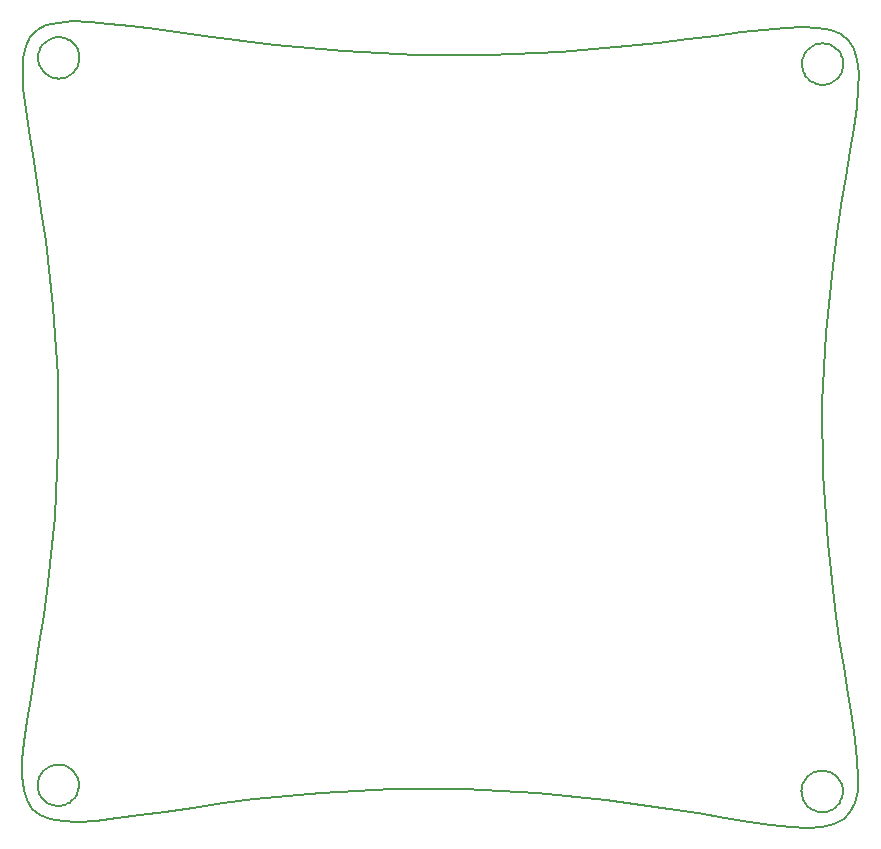
<source format=gbr>
G04 #@! TF.GenerationSoftware,KiCad,Pcbnew,(5.1.5)-3*
G04 #@! TF.CreationDate,2020-02-10T18:15:39+01:00*
G04 #@! TF.ProjectId,WeatherStation,57656174-6865-4725-9374-6174696f6e2e,rev?*
G04 #@! TF.SameCoordinates,Original*
G04 #@! TF.FileFunction,Profile,NP*
%FSLAX46Y46*%
G04 Gerber Fmt 4.6, Leading zero omitted, Abs format (unit mm)*
G04 Created by KiCad (PCBNEW (5.1.5)-3) date 2020-02-10 18:15:39*
%MOMM*%
%LPD*%
G04 APERTURE LIST*
%ADD10C,0.200000*%
G04 APERTURE END LIST*
D10*
X208798044Y-121018800D02*
X208798044Y-121018800D01*
X144122383Y-120493889D02*
X144122383Y-120493889D01*
X147658295Y-58919050D02*
X147647727Y-59112433D01*
X147647727Y-59112433D02*
X147619813Y-59285730D01*
X147619813Y-59285730D02*
X147576998Y-59447779D01*
X147576998Y-59447779D02*
X147522322Y-59596543D01*
X147522322Y-59596543D02*
X147455521Y-59737459D01*
X147455521Y-59737459D02*
X147381702Y-59863663D01*
X147381702Y-59863663D02*
X147298732Y-59981821D01*
X147298732Y-59981821D02*
X147196144Y-60103937D01*
X147196144Y-60103937D02*
X147094147Y-60206010D01*
X147094147Y-60206010D02*
X146985098Y-60298631D01*
X146985098Y-60298631D02*
X146861484Y-60386914D01*
X146861484Y-60386914D02*
X146734295Y-60462229D01*
X146734295Y-60462229D02*
X146598658Y-60527607D01*
X146598658Y-60527607D02*
X146453011Y-60582607D01*
X146453011Y-60582607D02*
X146296224Y-60625899D01*
X146296224Y-60625899D02*
X146122272Y-60656094D01*
X146122272Y-60656094D02*
X145933380Y-60668871D01*
X145933380Y-60668871D02*
X145908295Y-60669050D01*
X208798044Y-121018800D02*
X208808304Y-120828160D01*
X208808304Y-120828160D02*
X208836094Y-120654111D01*
X208836094Y-120654111D02*
X208878726Y-120491984D01*
X208878726Y-120491984D02*
X208932981Y-120343759D01*
X208932981Y-120343759D02*
X208997106Y-120207408D01*
X208997106Y-120207408D02*
X209070544Y-120080561D01*
X209070544Y-120080561D02*
X209158799Y-119954456D01*
X209158799Y-119954456D02*
X209258855Y-119835355D01*
X209258855Y-119835355D02*
X209364599Y-119729611D01*
X209364599Y-119729611D02*
X209473302Y-119637593D01*
X209473302Y-119637593D02*
X209594293Y-119551286D01*
X209594293Y-119551286D02*
X209720287Y-119476552D01*
X209720287Y-119476552D02*
X209855229Y-119411290D01*
X209855229Y-119411290D02*
X210001085Y-119355967D01*
X210001085Y-119355967D02*
X210159446Y-119312092D01*
X210159446Y-119312092D02*
X210329944Y-119282253D01*
X210329944Y-119282253D02*
X210520484Y-119269009D01*
X210520484Y-119269009D02*
X210548044Y-119268800D01*
X210583956Y-57693961D02*
X210775276Y-57704296D01*
X210775276Y-57704296D02*
X210950303Y-57732363D01*
X210950303Y-57732363D02*
X211108840Y-57774038D01*
X211108840Y-57774038D02*
X211255610Y-57827487D01*
X211255610Y-57827487D02*
X211392991Y-57891795D01*
X211392991Y-57891795D02*
X211520793Y-57965576D01*
X211520793Y-57965576D02*
X211638883Y-58047547D01*
X211638883Y-58047547D02*
X211749400Y-58138471D01*
X211749400Y-58138471D02*
X211851175Y-58237038D01*
X211851175Y-58237038D02*
X211945345Y-58344269D01*
X211945345Y-58344269D02*
X212031012Y-58459524D01*
X212031012Y-58459524D02*
X212108315Y-58583785D01*
X212108315Y-58583785D02*
X212176614Y-58717719D01*
X212176614Y-58717719D02*
X212234334Y-58860513D01*
X212234334Y-58860513D02*
X212281194Y-59015789D01*
X212281194Y-59015789D02*
X212314813Y-59184243D01*
X212314813Y-59184243D02*
X212332300Y-59367197D01*
X212332300Y-59367197D02*
X212333956Y-59443961D01*
X145908295Y-57169050D02*
X146099615Y-57179385D01*
X146099615Y-57179385D02*
X146274642Y-57207452D01*
X146274642Y-57207452D02*
X146433179Y-57249127D01*
X146433179Y-57249127D02*
X146579949Y-57302576D01*
X146579949Y-57302576D02*
X146717330Y-57366884D01*
X146717330Y-57366884D02*
X146845132Y-57440665D01*
X146845132Y-57440665D02*
X146963222Y-57522636D01*
X146963222Y-57522636D02*
X147073739Y-57613560D01*
X147073739Y-57613560D02*
X147175514Y-57712127D01*
X147175514Y-57712127D02*
X147269684Y-57819358D01*
X147269684Y-57819358D02*
X147355351Y-57934613D01*
X147355351Y-57934613D02*
X147432654Y-58058874D01*
X147432654Y-58058874D02*
X147500953Y-58192808D01*
X147500953Y-58192808D02*
X147558673Y-58335602D01*
X147558673Y-58335602D02*
X147605533Y-58490878D01*
X147605533Y-58490878D02*
X147639152Y-58659332D01*
X147639152Y-58659332D02*
X147656639Y-58842286D01*
X147656639Y-58842286D02*
X147658295Y-58919050D01*
X210583956Y-61193961D02*
X210391939Y-61183544D01*
X210391939Y-61183544D02*
X210219267Y-61155905D01*
X210219267Y-61155905D02*
X210060347Y-61114280D01*
X210060347Y-61114280D02*
X209911989Y-61060301D01*
X209911989Y-61060301D02*
X209774324Y-60995812D01*
X209774324Y-60995812D02*
X209645995Y-60921628D01*
X209645995Y-60921628D02*
X209527972Y-60839573D01*
X209527972Y-60839573D02*
X209417526Y-60748566D01*
X209417526Y-60748566D02*
X209312437Y-60646357D01*
X209312437Y-60646357D02*
X209219054Y-60539297D01*
X209219054Y-60539297D02*
X209133932Y-60424035D01*
X209133932Y-60424035D02*
X209057318Y-60300097D01*
X209057318Y-60300097D02*
X208989364Y-60165962D01*
X208989364Y-60165962D02*
X208931790Y-60022345D01*
X208931790Y-60022345D02*
X208885559Y-59867525D01*
X208885559Y-59867525D02*
X208852391Y-59698912D01*
X208852391Y-59698912D02*
X208835402Y-59515812D01*
X208835402Y-59515812D02*
X208833956Y-59443961D01*
X145872383Y-118743889D02*
X146063703Y-118754224D01*
X146063703Y-118754224D02*
X146238730Y-118782291D01*
X146238730Y-118782291D02*
X146397267Y-118823966D01*
X146397267Y-118823966D02*
X146544037Y-118877415D01*
X146544037Y-118877415D02*
X146681418Y-118941723D01*
X146681418Y-118941723D02*
X146809220Y-119015504D01*
X146809220Y-119015504D02*
X146927310Y-119097475D01*
X146927310Y-119097475D02*
X147037827Y-119188399D01*
X147037827Y-119188399D02*
X147139602Y-119286966D01*
X147139602Y-119286966D02*
X147233772Y-119394197D01*
X147233772Y-119394197D02*
X147319439Y-119509452D01*
X147319439Y-119509452D02*
X147396742Y-119633713D01*
X147396742Y-119633713D02*
X147465041Y-119767647D01*
X147465041Y-119767647D02*
X147522761Y-119910441D01*
X147522761Y-119910441D02*
X147569621Y-120065717D01*
X147569621Y-120065717D02*
X147603240Y-120234171D01*
X147603240Y-120234171D02*
X147620727Y-120417125D01*
X147620727Y-120417125D02*
X147622383Y-120493889D01*
X145908295Y-60669050D02*
X145716278Y-60658633D01*
X145716278Y-60658633D02*
X145543605Y-60630994D01*
X145543605Y-60630994D02*
X145384685Y-60589369D01*
X145384685Y-60589369D02*
X145236327Y-60535390D01*
X145236327Y-60535390D02*
X145098662Y-60470901D01*
X145098662Y-60470901D02*
X144970333Y-60396717D01*
X144970333Y-60396717D02*
X144852310Y-60314662D01*
X144852310Y-60314662D02*
X144741864Y-60223655D01*
X144741864Y-60223655D02*
X144636775Y-60121446D01*
X144636775Y-60121446D02*
X144543392Y-60014386D01*
X144543392Y-60014386D02*
X144458270Y-59899124D01*
X144458270Y-59899124D02*
X144381656Y-59775186D01*
X144381656Y-59775186D02*
X144313702Y-59641051D01*
X144313702Y-59641051D02*
X144256128Y-59497434D01*
X144256128Y-59497434D02*
X144209898Y-59342614D01*
X144209898Y-59342614D02*
X144176730Y-59174001D01*
X144176730Y-59174001D02*
X144159741Y-58990901D01*
X144159741Y-58990901D02*
X144158295Y-58919050D01*
X208833956Y-59443961D02*
X208833956Y-59443961D01*
X147622383Y-120493889D02*
X147611815Y-120687272D01*
X147611815Y-120687272D02*
X147583901Y-120860569D01*
X147583901Y-120860569D02*
X147541086Y-121022618D01*
X147541086Y-121022618D02*
X147486410Y-121171382D01*
X147486410Y-121171382D02*
X147419609Y-121312298D01*
X147419609Y-121312298D02*
X147345790Y-121438502D01*
X147345790Y-121438502D02*
X147262820Y-121556660D01*
X147262820Y-121556660D02*
X147160232Y-121678776D01*
X147160232Y-121678776D02*
X147058235Y-121780849D01*
X147058235Y-121780849D02*
X146949186Y-121873470D01*
X146949186Y-121873470D02*
X146825572Y-121961753D01*
X146825572Y-121961753D02*
X146698383Y-122037068D01*
X146698383Y-122037068D02*
X146562746Y-122102446D01*
X146562746Y-122102446D02*
X146417099Y-122157446D01*
X146417099Y-122157446D02*
X146260312Y-122200738D01*
X146260312Y-122200738D02*
X146086360Y-122230933D01*
X146086360Y-122230933D02*
X145897468Y-122243710D01*
X145897468Y-122243710D02*
X145872383Y-122243889D01*
X210548044Y-119268800D02*
X210739364Y-119279135D01*
X210739364Y-119279135D02*
X210914391Y-119307202D01*
X210914391Y-119307202D02*
X211072928Y-119348877D01*
X211072928Y-119348877D02*
X211219698Y-119402326D01*
X211219698Y-119402326D02*
X211357079Y-119466634D01*
X211357079Y-119466634D02*
X211484881Y-119540415D01*
X211484881Y-119540415D02*
X211602971Y-119622386D01*
X211602971Y-119622386D02*
X211713488Y-119713310D01*
X211713488Y-119713310D02*
X211815263Y-119811877D01*
X211815263Y-119811877D02*
X211909433Y-119919108D01*
X211909433Y-119919108D02*
X211995100Y-120034363D01*
X211995100Y-120034363D02*
X212072403Y-120158624D01*
X212072403Y-120158624D02*
X212140702Y-120292558D01*
X212140702Y-120292558D02*
X212198422Y-120435352D01*
X212198422Y-120435352D02*
X212245282Y-120590628D01*
X212245282Y-120590628D02*
X212278901Y-120759082D01*
X212278901Y-120759082D02*
X212296388Y-120942036D01*
X212296388Y-120942036D02*
X212298044Y-121018800D01*
X144158295Y-58919050D02*
X144168555Y-58728410D01*
X144168555Y-58728410D02*
X144196345Y-58554361D01*
X144196345Y-58554361D02*
X144238976Y-58392234D01*
X144238976Y-58392234D02*
X144293231Y-58244009D01*
X144293231Y-58244009D02*
X144357356Y-58107658D01*
X144357356Y-58107658D02*
X144430794Y-57980811D01*
X144430794Y-57980811D02*
X144519049Y-57854706D01*
X144519049Y-57854706D02*
X144619105Y-57735605D01*
X144619105Y-57735605D02*
X144724849Y-57629861D01*
X144724849Y-57629861D02*
X144833552Y-57537843D01*
X144833552Y-57537843D02*
X144954543Y-57451536D01*
X144954543Y-57451536D02*
X145080537Y-57376802D01*
X145080537Y-57376802D02*
X145215479Y-57311540D01*
X145215479Y-57311540D02*
X145361335Y-57256217D01*
X145361335Y-57256217D02*
X145519696Y-57212342D01*
X145519696Y-57212342D02*
X145690195Y-57182503D01*
X145690195Y-57182503D02*
X145880735Y-57169259D01*
X145880735Y-57169259D02*
X145908295Y-57169050D01*
X144158295Y-58919050D02*
X144158295Y-58919050D01*
X212333956Y-59443961D02*
X212323388Y-59637344D01*
X212323388Y-59637344D02*
X212295474Y-59810641D01*
X212295474Y-59810641D02*
X212252659Y-59972690D01*
X212252659Y-59972690D02*
X212197983Y-60121454D01*
X212197983Y-60121454D02*
X212131182Y-60262370D01*
X212131182Y-60262370D02*
X212057363Y-60388574D01*
X212057363Y-60388574D02*
X211974393Y-60506732D01*
X211974393Y-60506732D02*
X211871805Y-60628848D01*
X211871805Y-60628848D02*
X211769808Y-60730921D01*
X211769808Y-60730921D02*
X211660759Y-60823542D01*
X211660759Y-60823542D02*
X211537145Y-60911825D01*
X211537145Y-60911825D02*
X211409956Y-60987140D01*
X211409956Y-60987140D02*
X211274319Y-61052518D01*
X211274319Y-61052518D02*
X211128672Y-61107518D01*
X211128672Y-61107518D02*
X210971885Y-61150810D01*
X210971885Y-61150810D02*
X210797933Y-61181005D01*
X210797933Y-61181005D02*
X210609041Y-61193782D01*
X210609041Y-61193782D02*
X210583956Y-61193961D01*
X145872383Y-122243889D02*
X145680366Y-122233472D01*
X145680366Y-122233472D02*
X145507693Y-122205833D01*
X145507693Y-122205833D02*
X145348773Y-122164208D01*
X145348773Y-122164208D02*
X145200415Y-122110229D01*
X145200415Y-122110229D02*
X145062750Y-122045740D01*
X145062750Y-122045740D02*
X144934421Y-121971556D01*
X144934421Y-121971556D02*
X144816398Y-121889501D01*
X144816398Y-121889501D02*
X144705952Y-121798494D01*
X144705952Y-121798494D02*
X144600863Y-121696285D01*
X144600863Y-121696285D02*
X144507480Y-121589225D01*
X144507480Y-121589225D02*
X144422358Y-121473963D01*
X144422358Y-121473963D02*
X144345744Y-121350025D01*
X144345744Y-121350025D02*
X144277790Y-121215890D01*
X144277790Y-121215890D02*
X144220216Y-121072273D01*
X144220216Y-121072273D02*
X144173986Y-120917453D01*
X144173986Y-120917453D02*
X144140818Y-120748840D01*
X144140818Y-120748840D02*
X144123829Y-120565740D01*
X144123829Y-120565740D02*
X144122383Y-120493889D01*
X208833956Y-59443961D02*
X208844216Y-59253321D01*
X208844216Y-59253321D02*
X208872006Y-59079272D01*
X208872006Y-59079272D02*
X208914638Y-58917145D01*
X208914638Y-58917145D02*
X208968893Y-58768920D01*
X208968893Y-58768920D02*
X209033018Y-58632569D01*
X209033018Y-58632569D02*
X209106456Y-58505722D01*
X209106456Y-58505722D02*
X209194711Y-58379617D01*
X209194711Y-58379617D02*
X209294767Y-58260516D01*
X209294767Y-58260516D02*
X209400511Y-58154772D01*
X209400511Y-58154772D02*
X209509214Y-58062754D01*
X209509214Y-58062754D02*
X209630205Y-57976447D01*
X209630205Y-57976447D02*
X209756199Y-57901713D01*
X209756199Y-57901713D02*
X209891141Y-57836451D01*
X209891141Y-57836451D02*
X210036997Y-57781128D01*
X210036997Y-57781128D02*
X210195358Y-57737253D01*
X210195358Y-57737253D02*
X210365856Y-57707414D01*
X210365856Y-57707414D02*
X210556396Y-57694170D01*
X210556396Y-57694170D02*
X210583956Y-57693961D01*
X210548044Y-122768800D02*
X210356027Y-122758383D01*
X210356027Y-122758383D02*
X210183355Y-122730744D01*
X210183355Y-122730744D02*
X210024435Y-122689119D01*
X210024435Y-122689119D02*
X209876077Y-122635140D01*
X209876077Y-122635140D02*
X209738412Y-122570651D01*
X209738412Y-122570651D02*
X209610083Y-122496467D01*
X209610083Y-122496467D02*
X209492060Y-122414412D01*
X209492060Y-122414412D02*
X209381614Y-122323405D01*
X209381614Y-122323405D02*
X209276525Y-122221196D01*
X209276525Y-122221196D02*
X209183142Y-122114136D01*
X209183142Y-122114136D02*
X209098020Y-121998874D01*
X209098020Y-121998874D02*
X209021406Y-121874936D01*
X209021406Y-121874936D02*
X208953452Y-121740801D01*
X208953452Y-121740801D02*
X208895878Y-121597184D01*
X208895878Y-121597184D02*
X208849647Y-121442364D01*
X208849647Y-121442364D02*
X208816479Y-121273751D01*
X208816479Y-121273751D02*
X208799490Y-121090651D01*
X208799490Y-121090651D02*
X208798044Y-121018800D01*
X212298044Y-121018800D02*
X212287476Y-121212183D01*
X212287476Y-121212183D02*
X212259562Y-121385480D01*
X212259562Y-121385480D02*
X212216747Y-121547529D01*
X212216747Y-121547529D02*
X212162071Y-121696293D01*
X212162071Y-121696293D02*
X212095270Y-121837209D01*
X212095270Y-121837209D02*
X212021451Y-121963413D01*
X212021451Y-121963413D02*
X211938481Y-122081571D01*
X211938481Y-122081571D02*
X211835893Y-122203687D01*
X211835893Y-122203687D02*
X211733896Y-122305760D01*
X211733896Y-122305760D02*
X211624847Y-122398381D01*
X211624847Y-122398381D02*
X211501233Y-122486664D01*
X211501233Y-122486664D02*
X211374044Y-122561979D01*
X211374044Y-122561979D02*
X211238407Y-122627357D01*
X211238407Y-122627357D02*
X211092760Y-122682357D01*
X211092760Y-122682357D02*
X210935973Y-122725649D01*
X210935973Y-122725649D02*
X210762021Y-122755844D01*
X210762021Y-122755844D02*
X210573129Y-122768621D01*
X210573129Y-122768621D02*
X210548044Y-122768800D01*
X144122383Y-120493889D02*
X144132643Y-120303249D01*
X144132643Y-120303249D02*
X144160433Y-120129200D01*
X144160433Y-120129200D02*
X144203064Y-119967073D01*
X144203064Y-119967073D02*
X144257319Y-119818848D01*
X144257319Y-119818848D02*
X144321444Y-119682497D01*
X144321444Y-119682497D02*
X144394882Y-119555650D01*
X144394882Y-119555650D02*
X144483137Y-119429545D01*
X144483137Y-119429545D02*
X144583193Y-119310444D01*
X144583193Y-119310444D02*
X144688937Y-119204700D01*
X144688937Y-119204700D02*
X144797640Y-119112682D01*
X144797640Y-119112682D02*
X144918631Y-119026375D01*
X144918631Y-119026375D02*
X145044625Y-118951641D01*
X145044625Y-118951641D02*
X145179567Y-118886379D01*
X145179567Y-118886379D02*
X145325423Y-118831056D01*
X145325423Y-118831056D02*
X145483784Y-118787181D01*
X145483784Y-118787181D02*
X145654283Y-118757342D01*
X145654283Y-118757342D02*
X145844823Y-118744098D01*
X145844823Y-118744098D02*
X145872383Y-118743889D01*
X142932988Y-120870342D02*
X142814496Y-119741195D01*
X144269347Y-108571556D02*
X144650599Y-106065119D01*
X143888200Y-110917286D02*
X144269347Y-108571556D01*
X168126576Y-121137852D02*
X162441909Y-121702664D01*
X142980735Y-116834260D02*
X143219644Y-115061457D01*
X142837832Y-118395669D02*
X142980735Y-116834260D01*
X212940953Y-122807404D02*
X212360167Y-123393399D01*
X145196414Y-123355978D02*
X144331727Y-123016461D01*
X143213741Y-121786792D02*
X142932988Y-120870342D01*
X146277408Y-123534219D02*
X145196414Y-123355978D01*
X213331343Y-122019182D02*
X212940953Y-122807404D01*
X145589721Y-97784193D02*
X145885641Y-91861177D01*
X144650599Y-106065119D02*
X145010344Y-103417266D01*
X204376944Y-123587020D02*
X202296400Y-123259035D01*
X143530280Y-113085353D02*
X143888200Y-110917286D01*
X143219644Y-115061457D02*
X143530280Y-113085353D01*
X142814496Y-119741195D02*
X142837832Y-118395669D01*
X186403182Y-121146616D02*
X180311089Y-120819004D01*
X212360167Y-123393399D02*
X211575290Y-123790560D01*
X209356663Y-124085988D02*
X207914857Y-124023477D01*
X213548044Y-121018800D02*
X213331343Y-122019182D01*
X159784645Y-122040490D02*
X157278725Y-122390703D01*
X206252936Y-123849562D02*
X204376944Y-123587020D01*
X180311089Y-120819004D02*
X174149726Y-120818994D01*
X174149726Y-120818994D02*
X168126576Y-121137852D01*
X143674874Y-122498315D02*
X143213741Y-121786792D01*
X154942678Y-122732625D02*
X152792693Y-123044351D01*
X192221511Y-121743991D02*
X186403182Y-121146616D01*
X202296400Y-123259035D02*
X200023937Y-122888722D01*
X210576164Y-124015195D02*
X209356663Y-124085988D01*
X147579185Y-123570624D02*
X146277408Y-123534219D01*
X149102037Y-123486234D02*
X147579185Y-123570624D01*
X200023937Y-122888722D02*
X197574991Y-122498657D01*
X150842297Y-123303210D02*
X149102037Y-123486234D01*
X157278725Y-122390703D02*
X154942678Y-122732625D01*
X162441909Y-121702664D02*
X159784645Y-122040490D01*
X197574991Y-122498657D02*
X192221511Y-121743991D01*
X207914857Y-124023477D02*
X206252936Y-123849562D01*
X145010344Y-103417266D02*
X145589721Y-97784193D01*
X152792693Y-123044351D02*
X150842297Y-123303210D01*
X211575290Y-123790560D02*
X210576164Y-124015195D01*
X144331727Y-123016461D02*
X143674874Y-122498315D01*
X144445889Y-71850761D02*
X144065496Y-69420685D01*
X203673078Y-56763173D02*
X205623392Y-56546688D01*
X142918762Y-61577365D02*
X142846436Y-60143433D01*
X201522920Y-57027706D02*
X203673078Y-56763173D01*
X164224284Y-57829016D02*
X170046266Y-58353779D01*
X170046266Y-58353779D02*
X176142404Y-58645919D01*
X143121673Y-57934851D02*
X143510000Y-57150000D01*
X144871626Y-56161378D02*
X145868982Y-55924631D01*
X145836128Y-85854190D02*
X145452732Y-79975978D01*
X144088718Y-56563900D02*
X144871626Y-56161378D01*
X182307711Y-58655233D02*
X188334297Y-58388523D01*
X144065496Y-69420685D02*
X143698661Y-67163417D01*
X211802465Y-73868696D02*
X211442850Y-76524300D01*
X212183804Y-71355342D02*
X211802465Y-73868696D01*
X213610316Y-119800325D02*
X213548044Y-121018800D01*
X199186439Y-57319581D02*
X201522920Y-57027706D01*
X213539514Y-118362160D02*
X213610316Y-119800325D01*
X143698661Y-67163417D02*
X143369047Y-65095409D01*
X213358555Y-116706908D02*
X213539514Y-118362160D01*
X213091364Y-114841033D02*
X213358555Y-116706908D01*
X211006776Y-99986168D02*
X211643491Y-105516842D01*
X213618647Y-61527851D02*
X213474762Y-63084925D01*
X176142404Y-58645919D02*
X182307711Y-58655233D01*
X144817353Y-74434547D02*
X144445889Y-71850761D01*
X156418202Y-56830309D02*
X158868049Y-57169671D01*
X150188871Y-56007518D02*
X152064556Y-56228372D01*
X142846436Y-60143433D02*
X142906933Y-58930170D01*
X145868982Y-55924631D02*
X147087000Y-55834046D01*
X205623392Y-56546688D02*
X207363328Y-56399600D01*
X212762325Y-112774524D02*
X213091364Y-114841033D01*
X212395740Y-110520557D02*
X212762325Y-112774524D01*
X212015289Y-108095152D02*
X212395740Y-110520557D01*
X212786174Y-57451406D02*
X213246145Y-58157769D01*
X211643491Y-105516842D02*
X212015289Y-108095152D01*
X210186678Y-56400040D02*
X211266773Y-56590247D01*
X212565252Y-69004213D02*
X212183804Y-71355342D01*
X212923676Y-66832839D02*
X212565252Y-69004213D01*
X213474762Y-63084925D02*
X213235002Y-64855910D01*
X213643068Y-60188693D02*
X213618647Y-61527851D01*
X188334297Y-58388523D02*
X194021599Y-57907840D01*
X213525724Y-59067022D02*
X213643068Y-60188693D01*
X143369047Y-65095409D02*
X143100949Y-63230068D01*
X211266773Y-56590247D02*
X212130435Y-56934433D01*
X194021599Y-57907840D02*
X196679821Y-57619083D01*
X145885641Y-91861177D02*
X145836128Y-85854190D01*
X207363328Y-56399600D02*
X208885638Y-56343533D01*
X148527677Y-55868831D02*
X150188871Y-56007518D01*
X145452732Y-79975978D02*
X144817353Y-74434547D01*
X154145215Y-56509720D02*
X156418202Y-56830309D01*
X142906933Y-58930170D02*
X143121673Y-57934851D01*
X210621499Y-94114249D02*
X211006776Y-99986168D01*
X210570025Y-88105525D02*
X210621499Y-94114249D01*
X210864361Y-82172447D02*
X210570025Y-88105525D01*
X211442850Y-76524300D02*
X210864361Y-82172447D01*
X213235002Y-64855910D02*
X212923676Y-66832839D01*
X143100949Y-63230068D02*
X142918762Y-61577365D01*
X158868049Y-57169671D02*
X164224284Y-57829016D01*
X196679821Y-57619083D02*
X199186439Y-57319581D01*
X208885638Y-56343533D02*
X210186678Y-56400040D01*
X213246145Y-58157769D02*
X213525724Y-59067022D01*
X212130435Y-56934433D02*
X212786174Y-57451406D01*
X152064556Y-56228372D02*
X154145215Y-56509720D01*
X147087000Y-55834046D02*
X148527677Y-55868831D01*
X143510000Y-57150000D02*
X144088718Y-56563900D01*
M02*

</source>
